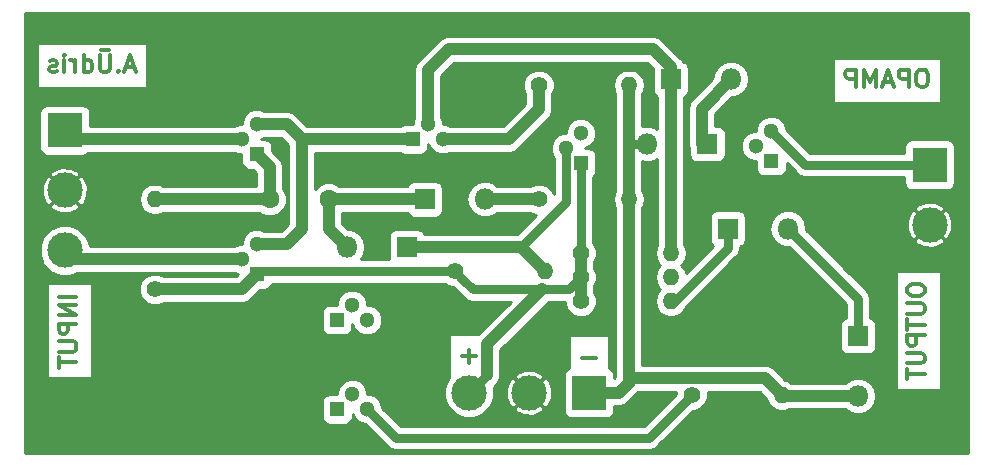
<source format=gbr>
G04 #@! TF.GenerationSoftware,KiCad,Pcbnew,(5.0.0)*
G04 #@! TF.CreationDate,2019-06-12T13:43:48+03:00*
G04 #@! TF.ProjectId,OP pastiprin_t_js,4F502070617374697072696E0174016A,rev?*
G04 #@! TF.SameCoordinates,Original*
G04 #@! TF.FileFunction,Copper,L2,Bot,Signal*
G04 #@! TF.FilePolarity,Positive*
%FSLAX46Y46*%
G04 Gerber Fmt 4.6, Leading zero omitted, Abs format (unit mm)*
G04 Created by KiCad (PCBNEW (5.0.0)) date 06/12/19 13:43:48*
%MOMM*%
%LPD*%
G01*
G04 APERTURE LIST*
G04 #@! TA.AperFunction,NonConductor*
%ADD10C,0.300000*%
G04 #@! TD*
G04 #@! TA.AperFunction,ComponentPad*
%ADD11C,1.400000*%
G04 #@! TD*
G04 #@! TA.AperFunction,ComponentPad*
%ADD12O,1.400000X1.400000*%
G04 #@! TD*
G04 #@! TA.AperFunction,ComponentPad*
%ADD13C,1.600000*%
G04 #@! TD*
G04 #@! TA.AperFunction,ComponentPad*
%ADD14R,1.800000X1.800000*%
G04 #@! TD*
G04 #@! TA.AperFunction,ComponentPad*
%ADD15O,1.800000X1.800000*%
G04 #@! TD*
G04 #@! TA.AperFunction,ComponentPad*
%ADD16C,3.000000*%
G04 #@! TD*
G04 #@! TA.AperFunction,ComponentPad*
%ADD17R,3.000000X3.000000*%
G04 #@! TD*
G04 #@! TA.AperFunction,ComponentPad*
%ADD18R,1.300000X1.300000*%
G04 #@! TD*
G04 #@! TA.AperFunction,ComponentPad*
%ADD19C,1.300000*%
G04 #@! TD*
G04 #@! TA.AperFunction,Conductor*
%ADD20C,1.000000*%
G04 #@! TD*
G04 #@! TA.AperFunction,Conductor*
%ADD21C,0.750000*%
G04 #@! TD*
G04 #@! TA.AperFunction,Conductor*
%ADD22C,0.800000*%
G04 #@! TD*
G04 #@! TA.AperFunction,Conductor*
%ADD23C,0.254000*%
G04 #@! TD*
G04 APERTURE END LIST*
D10*
X160781928Y-114902442D02*
X159639071Y-114902442D01*
X160210500Y-115473871D02*
X160210500Y-114331014D01*
X170954628Y-115016742D02*
X169811771Y-115016742D01*
X197298571Y-109130757D02*
X197298571Y-109416471D01*
X197370000Y-109559328D01*
X197512857Y-109702185D01*
X197798571Y-109773614D01*
X198298571Y-109773614D01*
X198584285Y-109702185D01*
X198727142Y-109559328D01*
X198798571Y-109416471D01*
X198798571Y-109130757D01*
X198727142Y-108987900D01*
X198584285Y-108845042D01*
X198298571Y-108773614D01*
X197798571Y-108773614D01*
X197512857Y-108845042D01*
X197370000Y-108987900D01*
X197298571Y-109130757D01*
X197298571Y-110416471D02*
X198512857Y-110416471D01*
X198655714Y-110487900D01*
X198727142Y-110559328D01*
X198798571Y-110702185D01*
X198798571Y-110987900D01*
X198727142Y-111130757D01*
X198655714Y-111202185D01*
X198512857Y-111273614D01*
X197298571Y-111273614D01*
X197298571Y-111773614D02*
X197298571Y-112630757D01*
X198798571Y-112202185D02*
X197298571Y-112202185D01*
X198798571Y-113130757D02*
X197298571Y-113130757D01*
X197298571Y-113702185D01*
X197370000Y-113845042D01*
X197441428Y-113916471D01*
X197584285Y-113987900D01*
X197798571Y-113987900D01*
X197941428Y-113916471D01*
X198012857Y-113845042D01*
X198084285Y-113702185D01*
X198084285Y-113130757D01*
X197298571Y-114630757D02*
X198512857Y-114630757D01*
X198655714Y-114702185D01*
X198727142Y-114773614D01*
X198798571Y-114916471D01*
X198798571Y-115202185D01*
X198727142Y-115345042D01*
X198655714Y-115416471D01*
X198512857Y-115487900D01*
X197298571Y-115487900D01*
X197298571Y-115987900D02*
X197298571Y-116845042D01*
X198798571Y-116416471D02*
X197298571Y-116416471D01*
X126967371Y-109845042D02*
X125467371Y-109845042D01*
X126967371Y-110559328D02*
X125467371Y-110559328D01*
X126967371Y-111416471D01*
X125467371Y-111416471D01*
X126967371Y-112130757D02*
X125467371Y-112130757D01*
X125467371Y-112702185D01*
X125538800Y-112845042D01*
X125610228Y-112916471D01*
X125753085Y-112987900D01*
X125967371Y-112987900D01*
X126110228Y-112916471D01*
X126181657Y-112845042D01*
X126253085Y-112702185D01*
X126253085Y-112130757D01*
X125467371Y-113630757D02*
X126681657Y-113630757D01*
X126824514Y-113702185D01*
X126895942Y-113773614D01*
X126967371Y-113916471D01*
X126967371Y-114202185D01*
X126895942Y-114345042D01*
X126824514Y-114416471D01*
X126681657Y-114487900D01*
X125467371Y-114487900D01*
X125467371Y-114987900D02*
X125467371Y-115845042D01*
X126967371Y-115416471D02*
X125467371Y-115416471D01*
X198722857Y-90618571D02*
X198437142Y-90618571D01*
X198294285Y-90690000D01*
X198151428Y-90832857D01*
X198080000Y-91118571D01*
X198080000Y-91618571D01*
X198151428Y-91904285D01*
X198294285Y-92047142D01*
X198437142Y-92118571D01*
X198722857Y-92118571D01*
X198865714Y-92047142D01*
X199008571Y-91904285D01*
X199080000Y-91618571D01*
X199080000Y-91118571D01*
X199008571Y-90832857D01*
X198865714Y-90690000D01*
X198722857Y-90618571D01*
X197437142Y-92118571D02*
X197437142Y-90618571D01*
X196865714Y-90618571D01*
X196722857Y-90690000D01*
X196651428Y-90761428D01*
X196580000Y-90904285D01*
X196580000Y-91118571D01*
X196651428Y-91261428D01*
X196722857Y-91332857D01*
X196865714Y-91404285D01*
X197437142Y-91404285D01*
X196008571Y-91690000D02*
X195294285Y-91690000D01*
X196151428Y-92118571D02*
X195651428Y-90618571D01*
X195151428Y-92118571D01*
X194651428Y-92118571D02*
X194651428Y-90618571D01*
X194151428Y-91690000D01*
X193651428Y-90618571D01*
X193651428Y-92118571D01*
X192937142Y-92118571D02*
X192937142Y-90618571D01*
X192365714Y-90618571D01*
X192222857Y-90690000D01*
X192151428Y-90761428D01*
X192080000Y-90904285D01*
X192080000Y-91118571D01*
X192151428Y-91261428D01*
X192222857Y-91332857D01*
X192365714Y-91404285D01*
X192937142Y-91404285D01*
X131877142Y-90420000D02*
X131162857Y-90420000D01*
X132020000Y-90848571D02*
X131520000Y-89348571D01*
X131020000Y-90848571D01*
X130520000Y-90705714D02*
X130448571Y-90777142D01*
X130520000Y-90848571D01*
X130591428Y-90777142D01*
X130520000Y-90705714D01*
X130520000Y-90848571D01*
X129805714Y-89348571D02*
X129805714Y-90562857D01*
X129734285Y-90705714D01*
X129662857Y-90777142D01*
X129520000Y-90848571D01*
X129234285Y-90848571D01*
X129091428Y-90777142D01*
X129020000Y-90705714D01*
X128948571Y-90562857D01*
X128948571Y-89348571D01*
X129734285Y-88920000D02*
X129020000Y-88920000D01*
X127591428Y-90848571D02*
X127591428Y-89348571D01*
X127591428Y-90777142D02*
X127734285Y-90848571D01*
X128020000Y-90848571D01*
X128162857Y-90777142D01*
X128234285Y-90705714D01*
X128305714Y-90562857D01*
X128305714Y-90134285D01*
X128234285Y-89991428D01*
X128162857Y-89920000D01*
X128020000Y-89848571D01*
X127734285Y-89848571D01*
X127591428Y-89920000D01*
X126877142Y-90848571D02*
X126877142Y-89848571D01*
X126877142Y-90134285D02*
X126805714Y-89991428D01*
X126734285Y-89920000D01*
X126591428Y-89848571D01*
X126448571Y-89848571D01*
X125948571Y-90848571D02*
X125948571Y-89848571D01*
X125948571Y-89348571D02*
X126020000Y-89420000D01*
X125948571Y-89491428D01*
X125877142Y-89420000D01*
X125948571Y-89348571D01*
X125948571Y-89491428D01*
X125305714Y-90777142D02*
X125162857Y-90848571D01*
X124877142Y-90848571D01*
X124734285Y-90777142D01*
X124662857Y-90634285D01*
X124662857Y-90562857D01*
X124734285Y-90420000D01*
X124877142Y-90348571D01*
X125091428Y-90348571D01*
X125234285Y-90277142D01*
X125305714Y-90134285D01*
X125305714Y-90062857D01*
X125234285Y-89920000D01*
X125091428Y-89848571D01*
X124877142Y-89848571D01*
X124734285Y-89920000D01*
D11*
G04 #@! TO.P,R6,1*
G04 #@! TO.N,Net-(R6-Pad1)*
X179070000Y-118173500D03*
D12*
G04 #@! TO.P,R6,2*
G04 #@! TO.N,Net-(D2-Pad2)*
X186690000Y-118173500D03*
G04 #@! TD*
D13*
G04 #@! TO.P,C1,1*
G04 #@! TO.N,Net-(C1-Pad1)*
X143336000Y-101600000D03*
G04 #@! TO.P,C1,2*
G04 #@! TO.N,Net-(C1-Pad2)*
X148336000Y-101600000D03*
G04 #@! TD*
D14*
G04 #@! TO.P,D1,1*
G04 #@! TO.N,Net-(D1-Pad1)*
X177292000Y-91440000D03*
D15*
G04 #@! TO.P,D1,2*
G04 #@! TO.N,Net-(D1-Pad2)*
X182372000Y-91440000D03*
G04 #@! TD*
G04 #@! TO.P,D2,2*
G04 #@! TO.N,Net-(D2-Pad2)*
X175300640Y-96911160D03*
D14*
G04 #@! TO.P,D2,1*
G04 #@! TO.N,Net-(D1-Pad2)*
X180380640Y-96911160D03*
G04 #@! TD*
G04 #@! TO.P,D6,1*
G04 #@! TO.N,Net-(D6-Pad1)*
X182118000Y-104076500D03*
D15*
G04 #@! TO.P,D6,2*
G04 #@! TO.N,Net-(D6-Pad2)*
X187198000Y-104076500D03*
G04 #@! TD*
G04 #@! TO.P,D7,2*
G04 #@! TO.N,Net-(D2-Pad2)*
X193136520Y-118252240D03*
D14*
G04 #@! TO.P,D7,1*
G04 #@! TO.N,Net-(D6-Pad2)*
X193136520Y-113172240D03*
G04 #@! TD*
G04 #@! TO.P,D10,1*
G04 #@! TO.N,Net-(D10-Pad1)*
X154940000Y-105664000D03*
D15*
G04 #@! TO.P,D10,2*
G04 #@! TO.N,Net-(C1-Pad2)*
X149860000Y-105664000D03*
G04 #@! TD*
G04 #@! TO.P,D11,2*
G04 #@! TO.N,Net-(D11-Pad2)*
X161544000Y-101600000D03*
D14*
G04 #@! TO.P,D11,1*
G04 #@! TO.N,Net-(C1-Pad2)*
X156464000Y-101600000D03*
G04 #@! TD*
D16*
G04 #@! TO.P,J1,3*
G04 #@! TO.N,Net-(J1-Pad3)*
X125984000Y-105918000D03*
G04 #@! TO.P,J1,2*
G04 #@! TO.N,Earth*
X125984000Y-100838000D03*
D17*
G04 #@! TO.P,J1,1*
G04 #@! TO.N,Net-(J1-Pad1)*
X125984000Y-95758000D03*
G04 #@! TD*
G04 #@! TO.P,J2,1*
G04 #@! TO.N,Net-(D2-Pad2)*
X170370500Y-117983000D03*
D16*
G04 #@! TO.P,J2,2*
G04 #@! TO.N,Earth*
X165290500Y-117983000D03*
G04 #@! TO.P,J2,3*
G04 #@! TO.N,Net-(J2-Pad3)*
X160210500Y-117983000D03*
G04 #@! TD*
D17*
G04 #@! TO.P,J3,1*
G04 #@! TO.N,Net-(J3-Pad1)*
X199199500Y-98679000D03*
D16*
G04 #@! TO.P,J3,2*
G04 #@! TO.N,Earth*
X199199500Y-103759000D03*
G04 #@! TD*
D12*
G04 #@! TO.P,R1,2*
G04 #@! TO.N,Net-(D1-Pad1)*
X177292000Y-106172000D03*
D11*
G04 #@! TO.P,R1,1*
G04 #@! TO.N,Net-(J2-Pad3)*
X169672000Y-106172000D03*
G04 #@! TD*
D12*
G04 #@! TO.P,R2,2*
G04 #@! TO.N,Net-(C1-Pad1)*
X133604000Y-101600000D03*
D11*
G04 #@! TO.P,R2,1*
G04 #@! TO.N,Net-(J2-Pad3)*
X133604000Y-109220000D03*
G04 #@! TD*
D12*
G04 #@! TO.P,R3,2*
G04 #@! TO.N,Net-(D2-Pad2)*
X173736000Y-91948000D03*
D11*
G04 #@! TO.P,R3,1*
G04 #@! TO.N,Net-(R3-Pad1)*
X166116000Y-91948000D03*
G04 #@! TD*
G04 #@! TO.P,R4,1*
G04 #@! TO.N,Net-(J2-Pad3)*
X169672000Y-110236000D03*
D12*
G04 #@! TO.P,R4,2*
G04 #@! TO.N,Net-(D6-Pad1)*
X177292000Y-110236000D03*
G04 #@! TD*
D11*
G04 #@! TO.P,R5,1*
G04 #@! TO.N,Net-(J2-Pad3)*
X169672000Y-108204000D03*
D12*
G04 #@! TO.P,R5,2*
G04 #@! TO.N,Net-(R5-Pad2)*
X177292000Y-108204000D03*
G04 #@! TD*
G04 #@! TO.P,R7,2*
G04 #@! TO.N,Net-(D10-Pad1)*
X166624000Y-107696000D03*
D11*
G04 #@! TO.P,R7,1*
G04 #@! TO.N,Net-(J2-Pad3)*
X159004000Y-107696000D03*
G04 #@! TD*
G04 #@! TO.P,R8,1*
G04 #@! TO.N,Net-(D11-Pad2)*
X166116000Y-101600000D03*
D12*
G04 #@! TO.P,R8,2*
G04 #@! TO.N,Net-(D2-Pad2)*
X173736000Y-101600000D03*
G04 #@! TD*
D18*
G04 #@! TO.P,V4,2*
G04 #@! TO.N,Net-(C1-Pad1)*
X142240000Y-97790000D03*
D19*
G04 #@! TO.P,V4,3*
G04 #@! TO.N,Net-(V14-Pad2)*
X142240000Y-95250000D03*
G04 #@! TO.P,V4,1*
G04 #@! TO.N,Net-(J1-Pad1)*
X140970000Y-96520000D03*
G04 #@! TD*
G04 #@! TO.P,V5,1*
G04 #@! TO.N,Net-(J1-Pad3)*
X140970000Y-106680000D03*
G04 #@! TO.P,V5,3*
G04 #@! TO.N,Net-(V14-Pad2)*
X142240000Y-105410000D03*
D18*
G04 #@! TO.P,V5,2*
G04 #@! TO.N,Net-(J2-Pad3)*
X142240000Y-107950000D03*
G04 #@! TD*
D19*
G04 #@! TO.P,V8,1*
G04 #@! TO.N,Net-(C1-Pad1)*
X150304500Y-110553500D03*
G04 #@! TO.P,V8,3*
G04 #@! TO.N,Net-(R5-Pad2)*
X151574500Y-111823500D03*
D18*
G04 #@! TO.P,V8,2*
G04 #@! TO.N,Net-(C1-Pad2)*
X149034500Y-111823500D03*
G04 #@! TD*
G04 #@! TO.P,V9,2*
G04 #@! TO.N,Net-(C1-Pad2)*
X149047200Y-119380000D03*
D19*
G04 #@! TO.P,V9,3*
G04 #@! TO.N,Net-(R6-Pad1)*
X151587200Y-119380000D03*
G04 #@! TO.P,V9,1*
G04 #@! TO.N,Net-(D6-Pad1)*
X150317200Y-118110000D03*
G04 #@! TD*
G04 #@! TO.P,V12,1*
G04 #@! TO.N,Net-(D10-Pad1)*
X168402000Y-97282000D03*
G04 #@! TO.P,V12,3*
G04 #@! TO.N,Net-(J3-Pad1)*
X169672000Y-96012000D03*
D18*
G04 #@! TO.P,V12,2*
G04 #@! TO.N,Net-(J2-Pad3)*
X169672000Y-98552000D03*
G04 #@! TD*
D19*
G04 #@! TO.P,V13,1*
G04 #@! TO.N,Net-(D11-Pad2)*
X184531000Y-97091500D03*
G04 #@! TO.P,V13,3*
G04 #@! TO.N,Net-(J3-Pad1)*
X185801000Y-95821500D03*
D18*
G04 #@! TO.P,V13,2*
G04 #@! TO.N,Net-(D2-Pad2)*
X185801000Y-98361500D03*
G04 #@! TD*
G04 #@! TO.P,V14,2*
G04 #@! TO.N,Net-(V14-Pad2)*
X155448000Y-96520000D03*
D19*
G04 #@! TO.P,V14,3*
G04 #@! TO.N,Net-(R3-Pad1)*
X157988000Y-96520000D03*
G04 #@! TO.P,V14,1*
G04 #@! TO.N,Net-(D1-Pad1)*
X156718000Y-95250000D03*
G04 #@! TD*
D20*
G04 #@! TO.N,Net-(C1-Pad1)*
X143336000Y-98886000D02*
X142240000Y-97790000D01*
X143336000Y-101600000D02*
X143336000Y-98886000D01*
X133604000Y-101600000D02*
X143336000Y-101600000D01*
G04 #@! TO.N,Net-(C1-Pad2)*
X148336000Y-101600000D02*
X156464000Y-101600000D01*
X148336000Y-104140000D02*
X149860000Y-105664000D01*
X148336000Y-101600000D02*
X148336000Y-104140000D01*
G04 #@! TO.N,Net-(D1-Pad1)*
X156718000Y-95250000D02*
X156718000Y-90678000D01*
X156718000Y-90678000D02*
X158496000Y-88900000D01*
X177292000Y-90424000D02*
X175768000Y-88900000D01*
X177292000Y-106172000D02*
X177292000Y-90424000D01*
X158496000Y-88900000D02*
X175768000Y-88900000D01*
G04 #@! TO.N,Net-(D1-Pad2)*
X179895500Y-93916500D02*
X179895500Y-96901000D01*
X182372000Y-91440000D02*
X179895500Y-93916500D01*
G04 #@! TO.N,Net-(D2-Pad2)*
X173736000Y-91948000D02*
X173736000Y-97028000D01*
X173736000Y-96520000D02*
X173736000Y-97028000D01*
X173736000Y-97028000D02*
X173736000Y-101600000D01*
X173863000Y-96901000D02*
X173736000Y-97028000D01*
X173736000Y-117117500D02*
X173736000Y-115189000D01*
X172870500Y-117983000D02*
X173736000Y-117117500D01*
X170370500Y-117983000D02*
X172870500Y-117983000D01*
X173736000Y-101600000D02*
X173736000Y-115189000D01*
X185990001Y-117473501D02*
X186690000Y-118173500D01*
X185289999Y-116773499D02*
X185990001Y-117473501D01*
X174080001Y-116773499D02*
X185289999Y-116773499D01*
X173736000Y-117117500D02*
X174080001Y-116773499D01*
D21*
X185756001Y-98316501D02*
X185801000Y-98361500D01*
X186768740Y-118252240D02*
X186690000Y-118173500D01*
D20*
X193136520Y-118252240D02*
X186768740Y-118252240D01*
D21*
X173873160Y-96911160D02*
X173863000Y-96901000D01*
X175300640Y-96911160D02*
X173873160Y-96911160D01*
G04 #@! TO.N,Net-(D6-Pad1)*
X177608500Y-110236000D02*
X177292000Y-110236000D01*
X182118000Y-105726500D02*
X177608500Y-110236000D01*
X182118000Y-104076500D02*
X182118000Y-105726500D01*
G04 #@! TO.N,Net-(D6-Pad2)*
X193136520Y-110015020D02*
X187198000Y-104076500D01*
X193136520Y-113172240D02*
X193136520Y-110015020D01*
D20*
G04 #@! TO.N,Net-(D10-Pad1)*
X164592000Y-105664000D02*
X166624000Y-107696000D01*
X154940000Y-105664000D02*
X164592000Y-105664000D01*
D21*
X168402000Y-101854000D02*
X164592000Y-105664000D01*
X168402000Y-97282000D02*
X168402000Y-101854000D01*
D20*
G04 #@! TO.N,Net-(D11-Pad2)*
X161544000Y-101600000D02*
X166116000Y-101600000D01*
G04 #@! TO.N,Net-(J1-Pad3)*
X140970000Y-106680000D02*
X127000000Y-106680000D01*
G04 #@! TO.N,Net-(J1-Pad1)*
X127000000Y-96520000D02*
X140970000Y-96520000D01*
G04 #@! TO.N,Net-(J2-Pad3)*
X140970000Y-109220000D02*
X142240000Y-107950000D01*
X137668000Y-109220000D02*
X140970000Y-109220000D01*
X133604000Y-109220000D02*
X137668000Y-109220000D01*
X169672000Y-106172000D02*
X169672000Y-110236000D01*
D21*
X169672000Y-98552000D02*
X169672000Y-106172000D01*
D22*
X142494000Y-107696000D02*
X142240000Y-107950000D01*
X159703999Y-108395999D02*
X159004000Y-107696000D01*
X160528000Y-109220000D02*
X159703999Y-108395999D01*
X169672000Y-108204000D02*
X168656000Y-109220000D01*
X159004000Y-107696000D02*
X142494000Y-107696000D01*
D20*
X161710499Y-113879501D02*
X166370000Y-109220000D01*
X161710499Y-116483001D02*
X161710499Y-113879501D01*
D22*
X160210500Y-117983000D02*
X161710499Y-116483001D01*
X168656000Y-109220000D02*
X166370000Y-109220000D01*
X166370000Y-109220000D02*
X160528000Y-109220000D01*
D21*
G04 #@! TO.N,Net-(J3-Pad1)*
X188658500Y-98679000D02*
X199199500Y-98679000D01*
X185801000Y-95821500D02*
X188658500Y-98679000D01*
D20*
G04 #@! TO.N,Net-(R3-Pad1)*
X157988000Y-96520000D02*
X163576000Y-96520000D01*
X166116000Y-93980000D02*
X166116000Y-91948000D01*
X163576000Y-96520000D02*
X166116000Y-93980000D01*
D21*
G04 #@! TO.N,Net-(R6-Pad1)*
X175450500Y-121793000D02*
X179070000Y-118173500D01*
X154000200Y-121793000D02*
X151587200Y-119380000D01*
X175450500Y-121793000D02*
X154000200Y-121793000D01*
D20*
G04 #@! TO.N,Net-(V14-Pad2)*
X142240000Y-105410000D02*
X144780000Y-105410000D01*
X144780000Y-105410000D02*
X146050000Y-104140000D01*
X146050000Y-104140000D02*
X146050000Y-96520000D01*
X144780000Y-95250000D02*
X146050000Y-96520000D01*
X142240000Y-95250000D02*
X144780000Y-95250000D01*
X155448000Y-96520000D02*
X146050000Y-96520000D01*
G04 #@! TD*
D23*
G04 #@! TO.N,Earth*
G36*
X202490001Y-121850070D02*
X202490000Y-121850075D01*
X202490001Y-123115000D01*
X122630000Y-123115000D01*
X122630000Y-108702900D01*
X124498800Y-108702900D01*
X124498800Y-116772900D01*
X128318800Y-116772900D01*
X128318800Y-111173500D01*
X147737060Y-111173500D01*
X147737060Y-112473500D01*
X147786343Y-112721265D01*
X147926691Y-112931309D01*
X148136735Y-113071657D01*
X148384500Y-113120940D01*
X149684500Y-113120940D01*
X149932265Y-113071657D01*
X150142309Y-112931309D01*
X150282657Y-112721265D01*
X150331940Y-112473500D01*
X150331940Y-112181562D01*
X150485129Y-112551394D01*
X150846606Y-112912871D01*
X151318898Y-113108500D01*
X151830102Y-113108500D01*
X152302394Y-112912871D01*
X152663871Y-112551394D01*
X152859500Y-112079102D01*
X152859500Y-111567898D01*
X152663871Y-111095606D01*
X152302394Y-110734129D01*
X151830102Y-110538500D01*
X151589500Y-110538500D01*
X151589500Y-110297898D01*
X151393871Y-109825606D01*
X151032394Y-109464129D01*
X150560102Y-109268500D01*
X150048898Y-109268500D01*
X149576606Y-109464129D01*
X149215129Y-109825606D01*
X149019500Y-110297898D01*
X149019500Y-110526060D01*
X148384500Y-110526060D01*
X148136735Y-110575343D01*
X147926691Y-110715691D01*
X147786343Y-110925735D01*
X147737060Y-111173500D01*
X128318800Y-111173500D01*
X128318800Y-108702900D01*
X124498800Y-108702900D01*
X122630000Y-108702900D01*
X122630000Y-102167969D01*
X124686558Y-102167969D01*
X124847835Y-102440928D01*
X125547734Y-102753703D01*
X126314051Y-102774831D01*
X127030120Y-102501093D01*
X127120165Y-102440928D01*
X127281442Y-102167969D01*
X125984000Y-100870527D01*
X124686558Y-102167969D01*
X122630000Y-102167969D01*
X122630000Y-101168051D01*
X124047169Y-101168051D01*
X124320907Y-101884120D01*
X124381072Y-101974165D01*
X124654031Y-102135442D01*
X125951473Y-100838000D01*
X126016527Y-100838000D01*
X127313969Y-102135442D01*
X127586928Y-101974165D01*
X127899703Y-101274266D01*
X127920831Y-100507949D01*
X127647093Y-99791880D01*
X127586928Y-99701835D01*
X127313969Y-99540558D01*
X126016527Y-100838000D01*
X125951473Y-100838000D01*
X124654031Y-99540558D01*
X124381072Y-99701835D01*
X124068297Y-100401734D01*
X124047169Y-101168051D01*
X122630000Y-101168051D01*
X122630000Y-99508031D01*
X124686558Y-99508031D01*
X125984000Y-100805473D01*
X127281442Y-99508031D01*
X127120165Y-99235072D01*
X126420266Y-98922297D01*
X125653949Y-98901169D01*
X124937880Y-99174907D01*
X124847835Y-99235072D01*
X124686558Y-99508031D01*
X122630000Y-99508031D01*
X122630000Y-94258000D01*
X123836560Y-94258000D01*
X123836560Y-97258000D01*
X123885843Y-97505765D01*
X124026191Y-97715809D01*
X124236235Y-97856157D01*
X124484000Y-97905440D01*
X127484000Y-97905440D01*
X127731765Y-97856157D01*
X127941809Y-97715809D01*
X127982441Y-97655000D01*
X140352265Y-97655000D01*
X140714398Y-97805000D01*
X140942560Y-97805000D01*
X140942560Y-98440000D01*
X140991843Y-98687765D01*
X141132191Y-98897809D01*
X141342235Y-99038157D01*
X141590000Y-99087440D01*
X141932309Y-99087440D01*
X142201001Y-99356132D01*
X142201000Y-100465000D01*
X134308288Y-100465000D01*
X134124891Y-100342458D01*
X133735485Y-100265000D01*
X133472515Y-100265000D01*
X133083109Y-100342458D01*
X132641519Y-100637519D01*
X132346458Y-101079109D01*
X132242846Y-101600000D01*
X132346458Y-102120891D01*
X132641519Y-102562481D01*
X133083109Y-102857542D01*
X133472515Y-102935000D01*
X133735485Y-102935000D01*
X134124891Y-102857542D01*
X134308288Y-102735000D01*
X142441604Y-102735000D01*
X142523138Y-102816534D01*
X143050561Y-103035000D01*
X143621439Y-103035000D01*
X144148862Y-102816534D01*
X144552534Y-102412862D01*
X144771000Y-101885439D01*
X144771000Y-101314561D01*
X144552534Y-100787138D01*
X144471000Y-100705604D01*
X144471000Y-98997782D01*
X144493235Y-98885999D01*
X144405146Y-98443145D01*
X144288765Y-98268969D01*
X144154289Y-98067711D01*
X144059521Y-98004389D01*
X143537440Y-97482309D01*
X143537440Y-97140000D01*
X143488157Y-96892235D01*
X143347809Y-96682191D01*
X143137765Y-96541843D01*
X142890000Y-96492560D01*
X142598062Y-96492560D01*
X142857735Y-96385000D01*
X144309869Y-96385000D01*
X144915001Y-96990133D01*
X144915000Y-103669868D01*
X144309869Y-104275000D01*
X142857735Y-104275000D01*
X142495602Y-104125000D01*
X141984398Y-104125000D01*
X141512106Y-104320629D01*
X141150629Y-104682106D01*
X140955000Y-105154398D01*
X140955000Y-105395000D01*
X140714398Y-105395000D01*
X140352265Y-105545000D01*
X128119000Y-105545000D01*
X128119000Y-105493322D01*
X127793966Y-104708620D01*
X127193380Y-104108034D01*
X126408678Y-103783000D01*
X125559322Y-103783000D01*
X124774620Y-104108034D01*
X124174034Y-104708620D01*
X123849000Y-105493322D01*
X123849000Y-106342678D01*
X124174034Y-107127380D01*
X124774620Y-107727966D01*
X125559322Y-108053000D01*
X126408678Y-108053000D01*
X126983261Y-107815000D01*
X140352265Y-107815000D01*
X140647556Y-107937313D01*
X140499869Y-108085000D01*
X134352390Y-108085000D01*
X133869548Y-107885000D01*
X133338452Y-107885000D01*
X132847783Y-108088242D01*
X132472242Y-108463783D01*
X132269000Y-108954452D01*
X132269000Y-109485548D01*
X132472242Y-109976217D01*
X132847783Y-110351758D01*
X133338452Y-110555000D01*
X133869548Y-110555000D01*
X134352390Y-110355000D01*
X140858217Y-110355000D01*
X140970000Y-110377235D01*
X141081783Y-110355000D01*
X141412855Y-110289146D01*
X141788289Y-110038289D01*
X141851613Y-109943518D01*
X142547692Y-109247440D01*
X142890000Y-109247440D01*
X143137765Y-109198157D01*
X143347809Y-109057809D01*
X143488157Y-108847765D01*
X143511383Y-108731000D01*
X158151025Y-108731000D01*
X158247783Y-108827758D01*
X158738452Y-109031000D01*
X158875289Y-109031000D01*
X159044222Y-109199933D01*
X159044225Y-109199935D01*
X159724065Y-109879776D01*
X159781807Y-109966193D01*
X160124163Y-110194948D01*
X160426065Y-110255000D01*
X160426070Y-110255000D01*
X160527999Y-110275275D01*
X160629929Y-110255000D01*
X163729868Y-110255000D01*
X160986979Y-112997890D01*
X160975889Y-113005300D01*
X158496929Y-113005300D01*
X158496929Y-116677225D01*
X158400534Y-116773620D01*
X158075500Y-117558322D01*
X158075500Y-118407678D01*
X158400534Y-119192380D01*
X159001120Y-119792966D01*
X159785822Y-120118000D01*
X160635178Y-120118000D01*
X161419880Y-119792966D01*
X161899877Y-119312969D01*
X163993058Y-119312969D01*
X164154335Y-119585928D01*
X164854234Y-119898703D01*
X165620551Y-119919831D01*
X166336620Y-119646093D01*
X166426665Y-119585928D01*
X166587942Y-119312969D01*
X165290500Y-118015527D01*
X163993058Y-119312969D01*
X161899877Y-119312969D01*
X162020466Y-119192380D01*
X162345500Y-118407678D01*
X162345500Y-118313051D01*
X163353669Y-118313051D01*
X163627407Y-119029120D01*
X163687572Y-119119165D01*
X163960531Y-119280442D01*
X165257973Y-117983000D01*
X165323027Y-117983000D01*
X166620469Y-119280442D01*
X166893428Y-119119165D01*
X167206203Y-118419266D01*
X167227331Y-117652949D01*
X166953593Y-116936880D01*
X166893428Y-116846835D01*
X166620469Y-116685558D01*
X165323027Y-117983000D01*
X165257973Y-117983000D01*
X163960531Y-116685558D01*
X163687572Y-116846835D01*
X163374797Y-117546734D01*
X163353669Y-118313051D01*
X162345500Y-118313051D01*
X162345500Y-117558322D01*
X162301845Y-117452928D01*
X162528788Y-117301290D01*
X162779645Y-116925856D01*
X162833913Y-116653031D01*
X163993058Y-116653031D01*
X165290500Y-117950473D01*
X166587942Y-116653031D01*
X166426665Y-116380072D01*
X165726766Y-116067297D01*
X164960449Y-116046169D01*
X164244380Y-116319907D01*
X164154335Y-116380072D01*
X163993058Y-116653031D01*
X162833913Y-116653031D01*
X162845499Y-116594784D01*
X162845499Y-114349632D01*
X166940133Y-110255000D01*
X168337000Y-110255000D01*
X168337000Y-110501548D01*
X168540242Y-110992217D01*
X168915783Y-111367758D01*
X169406452Y-111571000D01*
X169937548Y-111571000D01*
X170428217Y-111367758D01*
X170803758Y-110992217D01*
X171007000Y-110501548D01*
X171007000Y-109970452D01*
X170807000Y-109487610D01*
X170807000Y-108952390D01*
X171007000Y-108469548D01*
X171007000Y-107938452D01*
X170807000Y-107455610D01*
X170807000Y-106920390D01*
X171007000Y-106437548D01*
X171007000Y-105906452D01*
X170803758Y-105415783D01*
X170682000Y-105294025D01*
X170682000Y-99725163D01*
X170779809Y-99659809D01*
X170920157Y-99449765D01*
X170969440Y-99202000D01*
X170969440Y-97902000D01*
X170920157Y-97654235D01*
X170779809Y-97444191D01*
X170569765Y-97303843D01*
X170322000Y-97254560D01*
X170030062Y-97254560D01*
X170399894Y-97101371D01*
X170761371Y-96739894D01*
X170957000Y-96267602D01*
X170957000Y-95756398D01*
X170761371Y-95284106D01*
X170399894Y-94922629D01*
X169927602Y-94727000D01*
X169416398Y-94727000D01*
X168944106Y-94922629D01*
X168582629Y-95284106D01*
X168387000Y-95756398D01*
X168387000Y-95997000D01*
X168146398Y-95997000D01*
X167674106Y-96192629D01*
X167312629Y-96554106D01*
X167117000Y-97026398D01*
X167117000Y-97537602D01*
X167312629Y-98009894D01*
X167392000Y-98089265D01*
X167392001Y-101192016D01*
X167247758Y-100843783D01*
X166872217Y-100468242D01*
X166381548Y-100265000D01*
X165850452Y-100265000D01*
X165367610Y-100465000D01*
X162608279Y-100465000D01*
X162142927Y-100154062D01*
X161695182Y-100065000D01*
X161392818Y-100065000D01*
X160945073Y-100154062D01*
X160437327Y-100493327D01*
X160098062Y-101001073D01*
X159978928Y-101600000D01*
X160098062Y-102198927D01*
X160437327Y-102706673D01*
X160945073Y-103045938D01*
X161392818Y-103135000D01*
X161695182Y-103135000D01*
X162142927Y-103045938D01*
X162608279Y-102735000D01*
X165367610Y-102735000D01*
X165850452Y-102935000D01*
X165892644Y-102935000D01*
X164298645Y-104529000D01*
X156440696Y-104529000D01*
X156438157Y-104516235D01*
X156297809Y-104306191D01*
X156087765Y-104165843D01*
X155840000Y-104116560D01*
X154040000Y-104116560D01*
X153792235Y-104165843D01*
X153582191Y-104306191D01*
X153441843Y-104516235D01*
X153392560Y-104764000D01*
X153392560Y-106564000D01*
X153411854Y-106661000D01*
X151039954Y-106661000D01*
X151305938Y-106262927D01*
X151425072Y-105664000D01*
X151305938Y-105065073D01*
X150966673Y-104557327D01*
X150458927Y-104218062D01*
X150011182Y-104129000D01*
X149930132Y-104129000D01*
X149471000Y-103669869D01*
X149471000Y-102735000D01*
X154963304Y-102735000D01*
X154965843Y-102747765D01*
X155106191Y-102957809D01*
X155316235Y-103098157D01*
X155564000Y-103147440D01*
X157364000Y-103147440D01*
X157611765Y-103098157D01*
X157821809Y-102957809D01*
X157962157Y-102747765D01*
X158011440Y-102500000D01*
X158011440Y-100700000D01*
X157962157Y-100452235D01*
X157821809Y-100242191D01*
X157611765Y-100101843D01*
X157364000Y-100052560D01*
X155564000Y-100052560D01*
X155316235Y-100101843D01*
X155106191Y-100242191D01*
X154965843Y-100452235D01*
X154963304Y-100465000D01*
X149230396Y-100465000D01*
X149148862Y-100383466D01*
X148621439Y-100165000D01*
X148050561Y-100165000D01*
X147523138Y-100383466D01*
X147185000Y-100721604D01*
X147185000Y-97655000D01*
X154380885Y-97655000D01*
X154550235Y-97768157D01*
X154798000Y-97817440D01*
X156098000Y-97817440D01*
X156345765Y-97768157D01*
X156555809Y-97627809D01*
X156696157Y-97417765D01*
X156745440Y-97170000D01*
X156745440Y-96878062D01*
X156898629Y-97247894D01*
X157260106Y-97609371D01*
X157732398Y-97805000D01*
X158243602Y-97805000D01*
X158605735Y-97655000D01*
X163464217Y-97655000D01*
X163576000Y-97677235D01*
X163687783Y-97655000D01*
X164018855Y-97589146D01*
X164394289Y-97338289D01*
X164457613Y-97243518D01*
X166839521Y-94861610D01*
X166934289Y-94798289D01*
X167185146Y-94422855D01*
X167251000Y-94091783D01*
X167251000Y-94091782D01*
X167273235Y-93980001D01*
X167251000Y-93868219D01*
X167251000Y-92696390D01*
X167451000Y-92213548D01*
X167451000Y-91682452D01*
X167247758Y-91191783D01*
X166872217Y-90816242D01*
X166381548Y-90613000D01*
X165850452Y-90613000D01*
X165359783Y-90816242D01*
X164984242Y-91191783D01*
X164781000Y-91682452D01*
X164781000Y-92213548D01*
X164981001Y-92696392D01*
X164981000Y-93509868D01*
X163105869Y-95385000D01*
X158605735Y-95385000D01*
X158243602Y-95235000D01*
X158003000Y-95235000D01*
X158003000Y-94994398D01*
X157853000Y-94632265D01*
X157853000Y-91148131D01*
X158966132Y-90035000D01*
X175297869Y-90035000D01*
X175754234Y-90491366D01*
X175744560Y-90540000D01*
X175744560Y-92340000D01*
X175793843Y-92587765D01*
X175934191Y-92797809D01*
X176144235Y-92938157D01*
X176157001Y-92940696D01*
X176157001Y-95637234D01*
X175899567Y-95465222D01*
X175451822Y-95376160D01*
X175149458Y-95376160D01*
X174871000Y-95431549D01*
X174871000Y-92652288D01*
X174993542Y-92468891D01*
X175097154Y-91948000D01*
X174993542Y-91427109D01*
X174698481Y-90985519D01*
X174256891Y-90690458D01*
X173867485Y-90613000D01*
X173604515Y-90613000D01*
X173215109Y-90690458D01*
X172773519Y-90985519D01*
X172478458Y-91427109D01*
X172374846Y-91948000D01*
X172478458Y-92468891D01*
X172601000Y-92652288D01*
X172601001Y-96408214D01*
X172601000Y-96408218D01*
X172601000Y-96916217D01*
X172578765Y-97028000D01*
X172601000Y-97139782D01*
X172601001Y-100895711D01*
X172478458Y-101079109D01*
X172374846Y-101600000D01*
X172478458Y-102120891D01*
X172601000Y-102304288D01*
X172601001Y-115077217D01*
X172601000Y-116647368D01*
X172517940Y-116730428D01*
X172517940Y-116483000D01*
X172468657Y-116235235D01*
X172328309Y-116025191D01*
X172118265Y-115884843D01*
X172096772Y-115880568D01*
X172096772Y-113119600D01*
X168669629Y-113119600D01*
X168669629Y-115875515D01*
X168622735Y-115884843D01*
X168412691Y-116025191D01*
X168272343Y-116235235D01*
X168223060Y-116483000D01*
X168223060Y-119483000D01*
X168272343Y-119730765D01*
X168412691Y-119940809D01*
X168622735Y-120081157D01*
X168870500Y-120130440D01*
X171870500Y-120130440D01*
X172118265Y-120081157D01*
X172328309Y-119940809D01*
X172468657Y-119730765D01*
X172517940Y-119483000D01*
X172517940Y-119118000D01*
X172758717Y-119118000D01*
X172870500Y-119140235D01*
X172982283Y-119118000D01*
X173313355Y-119052146D01*
X173688789Y-118801289D01*
X173752113Y-118706519D01*
X174459521Y-117999111D01*
X174554289Y-117935789D01*
X174572524Y-117908499D01*
X177735000Y-117908499D01*
X177735000Y-118080144D01*
X175032145Y-120783000D01*
X154418555Y-120783000D01*
X152872200Y-119236645D01*
X152872200Y-119124398D01*
X152676571Y-118652106D01*
X152315094Y-118290629D01*
X151842802Y-118095000D01*
X151602200Y-118095000D01*
X151602200Y-117854398D01*
X151406571Y-117382106D01*
X151045094Y-117020629D01*
X150572802Y-116825000D01*
X150061598Y-116825000D01*
X149589306Y-117020629D01*
X149227829Y-117382106D01*
X149032200Y-117854398D01*
X149032200Y-118082560D01*
X148397200Y-118082560D01*
X148149435Y-118131843D01*
X147939391Y-118272191D01*
X147799043Y-118482235D01*
X147749760Y-118730000D01*
X147749760Y-120030000D01*
X147799043Y-120277765D01*
X147939391Y-120487809D01*
X148149435Y-120628157D01*
X148397200Y-120677440D01*
X149697200Y-120677440D01*
X149944965Y-120628157D01*
X150155009Y-120487809D01*
X150295357Y-120277765D01*
X150344640Y-120030000D01*
X150344640Y-119738062D01*
X150497829Y-120107894D01*
X150859306Y-120469371D01*
X151331598Y-120665000D01*
X151443845Y-120665000D01*
X153215682Y-122436837D01*
X153272031Y-122521169D01*
X153606118Y-122744399D01*
X153900724Y-122803000D01*
X153900728Y-122803000D01*
X154000199Y-122822786D01*
X154099670Y-122803000D01*
X175351029Y-122803000D01*
X175450500Y-122822786D01*
X175549971Y-122803000D01*
X175549976Y-122803000D01*
X175844582Y-122744399D01*
X176178669Y-122521169D01*
X176235018Y-122436837D01*
X179163356Y-119508500D01*
X179335548Y-119508500D01*
X179826217Y-119305258D01*
X180201758Y-118929717D01*
X180405000Y-118439048D01*
X180405000Y-117908499D01*
X184819868Y-117908499D01*
X185389426Y-118478057D01*
X185432458Y-118694391D01*
X185727519Y-119135981D01*
X186169109Y-119431042D01*
X186558515Y-119508500D01*
X186821485Y-119508500D01*
X187210891Y-119431042D01*
X187276445Y-119387240D01*
X192072241Y-119387240D01*
X192537593Y-119698178D01*
X192985338Y-119787240D01*
X193287702Y-119787240D01*
X193735447Y-119698178D01*
X194243193Y-119358913D01*
X194582458Y-118851167D01*
X194701592Y-118252240D01*
X194582458Y-117653313D01*
X194243193Y-117145567D01*
X193735447Y-116806302D01*
X193287702Y-116717240D01*
X192985338Y-116717240D01*
X192537593Y-116806302D01*
X192072241Y-117117240D01*
X187512131Y-117117240D01*
X187210891Y-116915958D01*
X186994557Y-116872926D01*
X186171612Y-116049981D01*
X186108288Y-115955210D01*
X185732854Y-115704353D01*
X185401782Y-115638499D01*
X185289999Y-115616264D01*
X185178216Y-115638499D01*
X174871000Y-115638499D01*
X174871000Y-102304288D01*
X174993542Y-102120891D01*
X175097154Y-101600000D01*
X174993542Y-101079109D01*
X174871000Y-100895712D01*
X174871000Y-98390771D01*
X175149458Y-98446160D01*
X175451822Y-98446160D01*
X175899567Y-98357098D01*
X176157001Y-98185086D01*
X176157000Y-105467712D01*
X176034458Y-105651109D01*
X175930846Y-106172000D01*
X176034458Y-106692891D01*
X176329519Y-107134481D01*
X176409616Y-107188000D01*
X176329519Y-107241519D01*
X176034458Y-107683109D01*
X175930846Y-108204000D01*
X176034458Y-108724891D01*
X176329519Y-109166481D01*
X176409616Y-109220000D01*
X176329519Y-109273519D01*
X176034458Y-109715109D01*
X175930846Y-110236000D01*
X176034458Y-110756891D01*
X176329519Y-111198481D01*
X176771109Y-111493542D01*
X177160515Y-111571000D01*
X177423485Y-111571000D01*
X177812891Y-111493542D01*
X178254481Y-111198481D01*
X178549542Y-110756891D01*
X178557880Y-110714975D01*
X182761837Y-106511018D01*
X182846169Y-106454669D01*
X183069399Y-106120582D01*
X183128000Y-105825976D01*
X183128000Y-105825972D01*
X183147786Y-105726501D01*
X183128000Y-105627030D01*
X183128000Y-105602060D01*
X183265765Y-105574657D01*
X183475809Y-105434309D01*
X183616157Y-105224265D01*
X183665440Y-104976500D01*
X183665440Y-104076500D01*
X185632928Y-104076500D01*
X185752062Y-104675427D01*
X186091327Y-105183173D01*
X186599073Y-105522438D01*
X187046818Y-105611500D01*
X187304645Y-105611500D01*
X192126521Y-110433377D01*
X192126520Y-111646680D01*
X191988755Y-111674083D01*
X191778711Y-111814431D01*
X191638363Y-112024475D01*
X191589080Y-112272240D01*
X191589080Y-114072240D01*
X191638363Y-114320005D01*
X191778711Y-114530049D01*
X191988755Y-114670397D01*
X192236520Y-114719680D01*
X194036520Y-114719680D01*
X194284285Y-114670397D01*
X194494329Y-114530049D01*
X194634677Y-114320005D01*
X194683960Y-114072240D01*
X194683960Y-112272240D01*
X194634677Y-112024475D01*
X194494329Y-111814431D01*
X194284285Y-111674083D01*
X194146520Y-111646680D01*
X194146520Y-110114492D01*
X194166306Y-110015020D01*
X194146520Y-109915548D01*
X194146520Y-109915544D01*
X194088496Y-109623837D01*
X194087919Y-109620937D01*
X193921038Y-109371182D01*
X193921036Y-109371180D01*
X193864689Y-109286851D01*
X193780360Y-109230504D01*
X192252756Y-107702900D01*
X196330000Y-107702900D01*
X196330000Y-117772900D01*
X200150000Y-117772900D01*
X200150000Y-107702900D01*
X196330000Y-107702900D01*
X192252756Y-107702900D01*
X189638825Y-105088969D01*
X197902058Y-105088969D01*
X198063335Y-105361928D01*
X198763234Y-105674703D01*
X199529551Y-105695831D01*
X200245620Y-105422093D01*
X200335665Y-105361928D01*
X200496942Y-105088969D01*
X199199500Y-103791527D01*
X197902058Y-105088969D01*
X189638825Y-105088969D01*
X188740389Y-104190534D01*
X188760575Y-104089051D01*
X197262669Y-104089051D01*
X197536407Y-104805120D01*
X197596572Y-104895165D01*
X197869531Y-105056442D01*
X199166973Y-103759000D01*
X199232027Y-103759000D01*
X200529469Y-105056442D01*
X200802428Y-104895165D01*
X201115203Y-104195266D01*
X201136331Y-103428949D01*
X200862593Y-102712880D01*
X200802428Y-102622835D01*
X200529469Y-102461558D01*
X199232027Y-103759000D01*
X199166973Y-103759000D01*
X197869531Y-102461558D01*
X197596572Y-102622835D01*
X197283797Y-103322734D01*
X197262669Y-104089051D01*
X188760575Y-104089051D01*
X188763072Y-104076500D01*
X188643938Y-103477573D01*
X188304673Y-102969827D01*
X187796927Y-102630562D01*
X187349182Y-102541500D01*
X187046818Y-102541500D01*
X186599073Y-102630562D01*
X186091327Y-102969827D01*
X185752062Y-103477573D01*
X185632928Y-104076500D01*
X183665440Y-104076500D01*
X183665440Y-103176500D01*
X183616157Y-102928735D01*
X183475809Y-102718691D01*
X183265765Y-102578343D01*
X183018000Y-102529060D01*
X181218000Y-102529060D01*
X180970235Y-102578343D01*
X180760191Y-102718691D01*
X180619843Y-102928735D01*
X180570560Y-103176500D01*
X180570560Y-104976500D01*
X180619843Y-105224265D01*
X180760191Y-105434309D01*
X180893057Y-105523088D01*
X178579986Y-107836159D01*
X178549542Y-107683109D01*
X178254481Y-107241519D01*
X178174384Y-107188000D01*
X178254481Y-107134481D01*
X178549542Y-106692891D01*
X178653154Y-106172000D01*
X178549542Y-105651109D01*
X178427000Y-105467712D01*
X178427000Y-102429031D01*
X197902058Y-102429031D01*
X199199500Y-103726473D01*
X200496942Y-102429031D01*
X200335665Y-102156072D01*
X199635766Y-101843297D01*
X198869449Y-101822169D01*
X198153380Y-102095907D01*
X198063335Y-102156072D01*
X197902058Y-102429031D01*
X178427000Y-102429031D01*
X178427000Y-93916500D01*
X178738265Y-93916500D01*
X178760500Y-94028283D01*
X178760501Y-97012783D01*
X178826355Y-97343855D01*
X178833200Y-97354099D01*
X178833200Y-97811160D01*
X178882483Y-98058925D01*
X179022831Y-98268969D01*
X179232875Y-98409317D01*
X179480640Y-98458600D01*
X181280640Y-98458600D01*
X181528405Y-98409317D01*
X181738449Y-98268969D01*
X181878797Y-98058925D01*
X181928080Y-97811160D01*
X181928080Y-96835898D01*
X183246000Y-96835898D01*
X183246000Y-97347102D01*
X183441629Y-97819394D01*
X183803106Y-98180871D01*
X184275398Y-98376500D01*
X184503560Y-98376500D01*
X184503560Y-99011500D01*
X184552843Y-99259265D01*
X184693191Y-99469309D01*
X184903235Y-99609657D01*
X185151000Y-99658940D01*
X186451000Y-99658940D01*
X186698765Y-99609657D01*
X186908809Y-99469309D01*
X187049157Y-99259265D01*
X187098440Y-99011500D01*
X187098440Y-98547295D01*
X187873982Y-99322837D01*
X187930331Y-99407169D01*
X188264418Y-99630399D01*
X188559024Y-99689000D01*
X188559028Y-99689000D01*
X188658499Y-99708786D01*
X188757970Y-99689000D01*
X197052060Y-99689000D01*
X197052060Y-100179000D01*
X197101343Y-100426765D01*
X197241691Y-100636809D01*
X197451735Y-100777157D01*
X197699500Y-100826440D01*
X200699500Y-100826440D01*
X200947265Y-100777157D01*
X201157309Y-100636809D01*
X201297657Y-100426765D01*
X201346940Y-100179000D01*
X201346940Y-97179000D01*
X201297657Y-96931235D01*
X201157309Y-96721191D01*
X200947265Y-96580843D01*
X200699500Y-96531560D01*
X197699500Y-96531560D01*
X197451735Y-96580843D01*
X197241691Y-96721191D01*
X197101343Y-96931235D01*
X197052060Y-97179000D01*
X197052060Y-97669000D01*
X189076855Y-97669000D01*
X187086000Y-95678145D01*
X187086000Y-95565898D01*
X186890371Y-95093606D01*
X186528894Y-94732129D01*
X186056602Y-94536500D01*
X185545398Y-94536500D01*
X185073106Y-94732129D01*
X184711629Y-95093606D01*
X184516000Y-95565898D01*
X184516000Y-95806500D01*
X184275398Y-95806500D01*
X183803106Y-96002129D01*
X183441629Y-96363606D01*
X183246000Y-96835898D01*
X181928080Y-96835898D01*
X181928080Y-96011160D01*
X181878797Y-95763395D01*
X181738449Y-95553351D01*
X181528405Y-95413003D01*
X181280640Y-95363720D01*
X181030500Y-95363720D01*
X181030500Y-94386631D01*
X182442132Y-92975000D01*
X182523182Y-92975000D01*
X182970927Y-92885938D01*
X183478673Y-92546673D01*
X183817938Y-92038927D01*
X183937072Y-91440000D01*
X183817938Y-90841073D01*
X183478673Y-90333327D01*
X182970927Y-89994062D01*
X182523182Y-89905000D01*
X182220818Y-89905000D01*
X181773073Y-89994062D01*
X181265327Y-90333327D01*
X180926062Y-90841073D01*
X180816875Y-91389993D01*
X179171982Y-93034887D01*
X179077211Y-93098211D01*
X178828790Y-93470000D01*
X178826354Y-93473646D01*
X178738265Y-93916500D01*
X178427000Y-93916500D01*
X178427000Y-92940696D01*
X178439765Y-92938157D01*
X178649809Y-92797809D01*
X178790157Y-92587765D01*
X178839440Y-92340000D01*
X178839440Y-90540000D01*
X178790157Y-90292235D01*
X178649809Y-90082191D01*
X178439765Y-89941843D01*
X178318809Y-89917784D01*
X178139882Y-89650000D01*
X191009286Y-89650000D01*
X191009286Y-93470000D01*
X200150715Y-93470000D01*
X200150715Y-89650000D01*
X191009286Y-89650000D01*
X178139882Y-89650000D01*
X178110289Y-89605711D01*
X178015524Y-89542391D01*
X176649613Y-88176481D01*
X176586289Y-88081711D01*
X176210855Y-87830854D01*
X175879783Y-87765000D01*
X175768000Y-87742765D01*
X175656217Y-87765000D01*
X158607783Y-87765000D01*
X158496000Y-87742765D01*
X158384217Y-87765000D01*
X158053145Y-87830854D01*
X157677711Y-88081711D01*
X157614389Y-88176479D01*
X155994480Y-89796389D01*
X155899712Y-89859711D01*
X155809942Y-89994062D01*
X155648854Y-90235146D01*
X155560765Y-90678000D01*
X155583001Y-90789788D01*
X155583000Y-94632264D01*
X155433000Y-94994398D01*
X155433000Y-95222560D01*
X154798000Y-95222560D01*
X154550235Y-95271843D01*
X154380885Y-95385000D01*
X146520132Y-95385000D01*
X145661613Y-94526482D01*
X145598289Y-94431711D01*
X145222855Y-94180854D01*
X144891783Y-94115000D01*
X144780000Y-94092765D01*
X144668217Y-94115000D01*
X142857735Y-94115000D01*
X142495602Y-93965000D01*
X141984398Y-93965000D01*
X141512106Y-94160629D01*
X141150629Y-94522106D01*
X140955000Y-94994398D01*
X140955000Y-95235000D01*
X140714398Y-95235000D01*
X140352265Y-95385000D01*
X128131440Y-95385000D01*
X128131440Y-94258000D01*
X128082157Y-94010235D01*
X127941809Y-93800191D01*
X127731765Y-93659843D01*
X127484000Y-93610560D01*
X124484000Y-93610560D01*
X124236235Y-93659843D01*
X124026191Y-93800191D01*
X123885843Y-94010235D01*
X123836560Y-94258000D01*
X122630000Y-94258000D01*
X122630000Y-88380000D01*
X123592143Y-88380000D01*
X123592143Y-92200000D01*
X132947857Y-92200000D01*
X132947857Y-88380000D01*
X123592143Y-88380000D01*
X122630000Y-88380000D01*
X122630000Y-85800000D01*
X202490000Y-85800000D01*
X202490001Y-121850070D01*
X202490001Y-121850070D01*
G37*
X202490001Y-121850070D02*
X202490000Y-121850075D01*
X202490001Y-123115000D01*
X122630000Y-123115000D01*
X122630000Y-108702900D01*
X124498800Y-108702900D01*
X124498800Y-116772900D01*
X128318800Y-116772900D01*
X128318800Y-111173500D01*
X147737060Y-111173500D01*
X147737060Y-112473500D01*
X147786343Y-112721265D01*
X147926691Y-112931309D01*
X148136735Y-113071657D01*
X148384500Y-113120940D01*
X149684500Y-113120940D01*
X149932265Y-113071657D01*
X150142309Y-112931309D01*
X150282657Y-112721265D01*
X150331940Y-112473500D01*
X150331940Y-112181562D01*
X150485129Y-112551394D01*
X150846606Y-112912871D01*
X151318898Y-113108500D01*
X151830102Y-113108500D01*
X152302394Y-112912871D01*
X152663871Y-112551394D01*
X152859500Y-112079102D01*
X152859500Y-111567898D01*
X152663871Y-111095606D01*
X152302394Y-110734129D01*
X151830102Y-110538500D01*
X151589500Y-110538500D01*
X151589500Y-110297898D01*
X151393871Y-109825606D01*
X151032394Y-109464129D01*
X150560102Y-109268500D01*
X150048898Y-109268500D01*
X149576606Y-109464129D01*
X149215129Y-109825606D01*
X149019500Y-110297898D01*
X149019500Y-110526060D01*
X148384500Y-110526060D01*
X148136735Y-110575343D01*
X147926691Y-110715691D01*
X147786343Y-110925735D01*
X147737060Y-111173500D01*
X128318800Y-111173500D01*
X128318800Y-108702900D01*
X124498800Y-108702900D01*
X122630000Y-108702900D01*
X122630000Y-102167969D01*
X124686558Y-102167969D01*
X124847835Y-102440928D01*
X125547734Y-102753703D01*
X126314051Y-102774831D01*
X127030120Y-102501093D01*
X127120165Y-102440928D01*
X127281442Y-102167969D01*
X125984000Y-100870527D01*
X124686558Y-102167969D01*
X122630000Y-102167969D01*
X122630000Y-101168051D01*
X124047169Y-101168051D01*
X124320907Y-101884120D01*
X124381072Y-101974165D01*
X124654031Y-102135442D01*
X125951473Y-100838000D01*
X126016527Y-100838000D01*
X127313969Y-102135442D01*
X127586928Y-101974165D01*
X127899703Y-101274266D01*
X127920831Y-100507949D01*
X127647093Y-99791880D01*
X127586928Y-99701835D01*
X127313969Y-99540558D01*
X126016527Y-100838000D01*
X125951473Y-100838000D01*
X124654031Y-99540558D01*
X124381072Y-99701835D01*
X124068297Y-100401734D01*
X124047169Y-101168051D01*
X122630000Y-101168051D01*
X122630000Y-99508031D01*
X124686558Y-99508031D01*
X125984000Y-100805473D01*
X127281442Y-99508031D01*
X127120165Y-99235072D01*
X126420266Y-98922297D01*
X125653949Y-98901169D01*
X124937880Y-99174907D01*
X124847835Y-99235072D01*
X124686558Y-99508031D01*
X122630000Y-99508031D01*
X122630000Y-94258000D01*
X123836560Y-94258000D01*
X123836560Y-97258000D01*
X123885843Y-97505765D01*
X124026191Y-97715809D01*
X124236235Y-97856157D01*
X124484000Y-97905440D01*
X127484000Y-97905440D01*
X127731765Y-97856157D01*
X127941809Y-97715809D01*
X127982441Y-97655000D01*
X140352265Y-97655000D01*
X140714398Y-97805000D01*
X140942560Y-97805000D01*
X140942560Y-98440000D01*
X140991843Y-98687765D01*
X141132191Y-98897809D01*
X141342235Y-99038157D01*
X141590000Y-99087440D01*
X141932309Y-99087440D01*
X142201001Y-99356132D01*
X142201000Y-100465000D01*
X134308288Y-100465000D01*
X134124891Y-100342458D01*
X133735485Y-100265000D01*
X133472515Y-100265000D01*
X133083109Y-100342458D01*
X132641519Y-100637519D01*
X132346458Y-101079109D01*
X132242846Y-101600000D01*
X132346458Y-102120891D01*
X132641519Y-102562481D01*
X133083109Y-102857542D01*
X133472515Y-102935000D01*
X133735485Y-102935000D01*
X134124891Y-102857542D01*
X134308288Y-102735000D01*
X142441604Y-102735000D01*
X142523138Y-102816534D01*
X143050561Y-103035000D01*
X143621439Y-103035000D01*
X144148862Y-102816534D01*
X144552534Y-102412862D01*
X144771000Y-101885439D01*
X144771000Y-101314561D01*
X144552534Y-100787138D01*
X144471000Y-100705604D01*
X144471000Y-98997782D01*
X144493235Y-98885999D01*
X144405146Y-98443145D01*
X144288765Y-98268969D01*
X144154289Y-98067711D01*
X144059521Y-98004389D01*
X143537440Y-97482309D01*
X143537440Y-97140000D01*
X143488157Y-96892235D01*
X143347809Y-96682191D01*
X143137765Y-96541843D01*
X142890000Y-96492560D01*
X142598062Y-96492560D01*
X142857735Y-96385000D01*
X144309869Y-96385000D01*
X144915001Y-96990133D01*
X144915000Y-103669868D01*
X144309869Y-104275000D01*
X142857735Y-104275000D01*
X142495602Y-104125000D01*
X141984398Y-104125000D01*
X141512106Y-104320629D01*
X141150629Y-104682106D01*
X140955000Y-105154398D01*
X140955000Y-105395000D01*
X140714398Y-105395000D01*
X140352265Y-105545000D01*
X128119000Y-105545000D01*
X128119000Y-105493322D01*
X127793966Y-104708620D01*
X127193380Y-104108034D01*
X126408678Y-103783000D01*
X125559322Y-103783000D01*
X124774620Y-104108034D01*
X124174034Y-104708620D01*
X123849000Y-105493322D01*
X123849000Y-106342678D01*
X124174034Y-107127380D01*
X124774620Y-107727966D01*
X125559322Y-108053000D01*
X126408678Y-108053000D01*
X126983261Y-107815000D01*
X140352265Y-107815000D01*
X140647556Y-107937313D01*
X140499869Y-108085000D01*
X134352390Y-108085000D01*
X133869548Y-107885000D01*
X133338452Y-107885000D01*
X132847783Y-108088242D01*
X132472242Y-108463783D01*
X132269000Y-108954452D01*
X132269000Y-109485548D01*
X132472242Y-109976217D01*
X132847783Y-110351758D01*
X133338452Y-110555000D01*
X133869548Y-110555000D01*
X134352390Y-110355000D01*
X140858217Y-110355000D01*
X140970000Y-110377235D01*
X141081783Y-110355000D01*
X141412855Y-110289146D01*
X141788289Y-110038289D01*
X141851613Y-109943518D01*
X142547692Y-109247440D01*
X142890000Y-109247440D01*
X143137765Y-109198157D01*
X143347809Y-109057809D01*
X143488157Y-108847765D01*
X143511383Y-108731000D01*
X158151025Y-108731000D01*
X158247783Y-108827758D01*
X158738452Y-109031000D01*
X158875289Y-109031000D01*
X159044222Y-109199933D01*
X159044225Y-109199935D01*
X159724065Y-109879776D01*
X159781807Y-109966193D01*
X160124163Y-110194948D01*
X160426065Y-110255000D01*
X160426070Y-110255000D01*
X160527999Y-110275275D01*
X160629929Y-110255000D01*
X163729868Y-110255000D01*
X160986979Y-112997890D01*
X160975889Y-113005300D01*
X158496929Y-113005300D01*
X158496929Y-116677225D01*
X158400534Y-116773620D01*
X158075500Y-117558322D01*
X158075500Y-118407678D01*
X158400534Y-119192380D01*
X159001120Y-119792966D01*
X159785822Y-120118000D01*
X160635178Y-120118000D01*
X161419880Y-119792966D01*
X161899877Y-119312969D01*
X163993058Y-119312969D01*
X164154335Y-119585928D01*
X164854234Y-119898703D01*
X165620551Y-119919831D01*
X166336620Y-119646093D01*
X166426665Y-119585928D01*
X166587942Y-119312969D01*
X165290500Y-118015527D01*
X163993058Y-119312969D01*
X161899877Y-119312969D01*
X162020466Y-119192380D01*
X162345500Y-118407678D01*
X162345500Y-118313051D01*
X163353669Y-118313051D01*
X163627407Y-119029120D01*
X163687572Y-119119165D01*
X163960531Y-119280442D01*
X165257973Y-117983000D01*
X165323027Y-117983000D01*
X166620469Y-119280442D01*
X166893428Y-119119165D01*
X167206203Y-118419266D01*
X167227331Y-117652949D01*
X166953593Y-116936880D01*
X166893428Y-116846835D01*
X166620469Y-116685558D01*
X165323027Y-117983000D01*
X165257973Y-117983000D01*
X163960531Y-116685558D01*
X163687572Y-116846835D01*
X163374797Y-117546734D01*
X163353669Y-118313051D01*
X162345500Y-118313051D01*
X162345500Y-117558322D01*
X162301845Y-117452928D01*
X162528788Y-117301290D01*
X162779645Y-116925856D01*
X162833913Y-116653031D01*
X163993058Y-116653031D01*
X165290500Y-117950473D01*
X166587942Y-116653031D01*
X166426665Y-116380072D01*
X165726766Y-116067297D01*
X164960449Y-116046169D01*
X164244380Y-116319907D01*
X164154335Y-116380072D01*
X163993058Y-116653031D01*
X162833913Y-116653031D01*
X162845499Y-116594784D01*
X162845499Y-114349632D01*
X166940133Y-110255000D01*
X168337000Y-110255000D01*
X168337000Y-110501548D01*
X168540242Y-110992217D01*
X168915783Y-111367758D01*
X169406452Y-111571000D01*
X169937548Y-111571000D01*
X170428217Y-111367758D01*
X170803758Y-110992217D01*
X171007000Y-110501548D01*
X171007000Y-109970452D01*
X170807000Y-109487610D01*
X170807000Y-108952390D01*
X171007000Y-108469548D01*
X171007000Y-107938452D01*
X170807000Y-107455610D01*
X170807000Y-106920390D01*
X171007000Y-106437548D01*
X171007000Y-105906452D01*
X170803758Y-105415783D01*
X170682000Y-105294025D01*
X170682000Y-99725163D01*
X170779809Y-99659809D01*
X170920157Y-99449765D01*
X170969440Y-99202000D01*
X170969440Y-97902000D01*
X170920157Y-97654235D01*
X170779809Y-97444191D01*
X170569765Y-97303843D01*
X170322000Y-97254560D01*
X170030062Y-97254560D01*
X170399894Y-97101371D01*
X170761371Y-96739894D01*
X170957000Y-96267602D01*
X170957000Y-95756398D01*
X170761371Y-95284106D01*
X170399894Y-94922629D01*
X169927602Y-94727000D01*
X169416398Y-94727000D01*
X168944106Y-94922629D01*
X168582629Y-95284106D01*
X168387000Y-95756398D01*
X168387000Y-95997000D01*
X168146398Y-95997000D01*
X167674106Y-96192629D01*
X167312629Y-96554106D01*
X167117000Y-97026398D01*
X167117000Y-97537602D01*
X167312629Y-98009894D01*
X167392000Y-98089265D01*
X167392001Y-101192016D01*
X167247758Y-100843783D01*
X166872217Y-100468242D01*
X166381548Y-100265000D01*
X165850452Y-100265000D01*
X165367610Y-100465000D01*
X162608279Y-100465000D01*
X162142927Y-100154062D01*
X161695182Y-100065000D01*
X161392818Y-100065000D01*
X160945073Y-100154062D01*
X160437327Y-100493327D01*
X160098062Y-101001073D01*
X159978928Y-101600000D01*
X160098062Y-102198927D01*
X160437327Y-102706673D01*
X160945073Y-103045938D01*
X161392818Y-103135000D01*
X161695182Y-103135000D01*
X162142927Y-103045938D01*
X162608279Y-102735000D01*
X165367610Y-102735000D01*
X165850452Y-102935000D01*
X165892644Y-102935000D01*
X164298645Y-104529000D01*
X156440696Y-104529000D01*
X156438157Y-104516235D01*
X156297809Y-104306191D01*
X156087765Y-104165843D01*
X155840000Y-104116560D01*
X154040000Y-104116560D01*
X153792235Y-104165843D01*
X153582191Y-104306191D01*
X153441843Y-104516235D01*
X153392560Y-104764000D01*
X153392560Y-106564000D01*
X153411854Y-106661000D01*
X151039954Y-106661000D01*
X151305938Y-106262927D01*
X151425072Y-105664000D01*
X151305938Y-105065073D01*
X150966673Y-104557327D01*
X150458927Y-104218062D01*
X150011182Y-104129000D01*
X149930132Y-104129000D01*
X149471000Y-103669869D01*
X149471000Y-102735000D01*
X154963304Y-102735000D01*
X154965843Y-102747765D01*
X155106191Y-102957809D01*
X155316235Y-103098157D01*
X155564000Y-103147440D01*
X157364000Y-103147440D01*
X157611765Y-103098157D01*
X157821809Y-102957809D01*
X157962157Y-102747765D01*
X158011440Y-102500000D01*
X158011440Y-100700000D01*
X157962157Y-100452235D01*
X157821809Y-100242191D01*
X157611765Y-100101843D01*
X157364000Y-100052560D01*
X155564000Y-100052560D01*
X155316235Y-100101843D01*
X155106191Y-100242191D01*
X154965843Y-100452235D01*
X154963304Y-100465000D01*
X149230396Y-100465000D01*
X149148862Y-100383466D01*
X148621439Y-100165000D01*
X148050561Y-100165000D01*
X147523138Y-100383466D01*
X147185000Y-100721604D01*
X147185000Y-97655000D01*
X154380885Y-97655000D01*
X154550235Y-97768157D01*
X154798000Y-97817440D01*
X156098000Y-97817440D01*
X156345765Y-97768157D01*
X156555809Y-97627809D01*
X156696157Y-97417765D01*
X156745440Y-97170000D01*
X156745440Y-96878062D01*
X156898629Y-97247894D01*
X157260106Y-97609371D01*
X157732398Y-97805000D01*
X158243602Y-97805000D01*
X158605735Y-97655000D01*
X163464217Y-97655000D01*
X163576000Y-97677235D01*
X163687783Y-97655000D01*
X164018855Y-97589146D01*
X164394289Y-97338289D01*
X164457613Y-97243518D01*
X166839521Y-94861610D01*
X166934289Y-94798289D01*
X167185146Y-94422855D01*
X167251000Y-94091783D01*
X167251000Y-94091782D01*
X167273235Y-93980001D01*
X167251000Y-93868219D01*
X167251000Y-92696390D01*
X167451000Y-92213548D01*
X167451000Y-91682452D01*
X167247758Y-91191783D01*
X166872217Y-90816242D01*
X166381548Y-90613000D01*
X165850452Y-90613000D01*
X165359783Y-90816242D01*
X164984242Y-91191783D01*
X164781000Y-91682452D01*
X164781000Y-92213548D01*
X164981001Y-92696392D01*
X164981000Y-93509868D01*
X163105869Y-95385000D01*
X158605735Y-95385000D01*
X158243602Y-95235000D01*
X158003000Y-95235000D01*
X158003000Y-94994398D01*
X157853000Y-94632265D01*
X157853000Y-91148131D01*
X158966132Y-90035000D01*
X175297869Y-90035000D01*
X175754234Y-90491366D01*
X175744560Y-90540000D01*
X175744560Y-92340000D01*
X175793843Y-92587765D01*
X175934191Y-92797809D01*
X176144235Y-92938157D01*
X176157001Y-92940696D01*
X176157001Y-95637234D01*
X175899567Y-95465222D01*
X175451822Y-95376160D01*
X175149458Y-95376160D01*
X174871000Y-95431549D01*
X174871000Y-92652288D01*
X174993542Y-92468891D01*
X175097154Y-91948000D01*
X174993542Y-91427109D01*
X174698481Y-90985519D01*
X174256891Y-90690458D01*
X173867485Y-90613000D01*
X173604515Y-90613000D01*
X173215109Y-90690458D01*
X172773519Y-90985519D01*
X172478458Y-91427109D01*
X172374846Y-91948000D01*
X172478458Y-92468891D01*
X172601000Y-92652288D01*
X172601001Y-96408214D01*
X172601000Y-96408218D01*
X172601000Y-96916217D01*
X172578765Y-97028000D01*
X172601000Y-97139782D01*
X172601001Y-100895711D01*
X172478458Y-101079109D01*
X172374846Y-101600000D01*
X172478458Y-102120891D01*
X172601000Y-102304288D01*
X172601001Y-115077217D01*
X172601000Y-116647368D01*
X172517940Y-116730428D01*
X172517940Y-116483000D01*
X172468657Y-116235235D01*
X172328309Y-116025191D01*
X172118265Y-115884843D01*
X172096772Y-115880568D01*
X172096772Y-113119600D01*
X168669629Y-113119600D01*
X168669629Y-115875515D01*
X168622735Y-115884843D01*
X168412691Y-116025191D01*
X168272343Y-116235235D01*
X168223060Y-116483000D01*
X168223060Y-119483000D01*
X168272343Y-119730765D01*
X168412691Y-119940809D01*
X168622735Y-120081157D01*
X168870500Y-120130440D01*
X171870500Y-120130440D01*
X172118265Y-120081157D01*
X172328309Y-119940809D01*
X172468657Y-119730765D01*
X172517940Y-119483000D01*
X172517940Y-119118000D01*
X172758717Y-119118000D01*
X172870500Y-119140235D01*
X172982283Y-119118000D01*
X173313355Y-119052146D01*
X173688789Y-118801289D01*
X173752113Y-118706519D01*
X174459521Y-117999111D01*
X174554289Y-117935789D01*
X174572524Y-117908499D01*
X177735000Y-117908499D01*
X177735000Y-118080144D01*
X175032145Y-120783000D01*
X154418555Y-120783000D01*
X152872200Y-119236645D01*
X152872200Y-119124398D01*
X152676571Y-118652106D01*
X152315094Y-118290629D01*
X151842802Y-118095000D01*
X151602200Y-118095000D01*
X151602200Y-117854398D01*
X151406571Y-117382106D01*
X151045094Y-117020629D01*
X150572802Y-116825000D01*
X150061598Y-116825000D01*
X149589306Y-117020629D01*
X149227829Y-117382106D01*
X149032200Y-117854398D01*
X149032200Y-118082560D01*
X148397200Y-118082560D01*
X148149435Y-118131843D01*
X147939391Y-118272191D01*
X147799043Y-118482235D01*
X147749760Y-118730000D01*
X147749760Y-120030000D01*
X147799043Y-120277765D01*
X147939391Y-120487809D01*
X148149435Y-120628157D01*
X148397200Y-120677440D01*
X149697200Y-120677440D01*
X149944965Y-120628157D01*
X150155009Y-120487809D01*
X150295357Y-120277765D01*
X150344640Y-120030000D01*
X150344640Y-119738062D01*
X150497829Y-120107894D01*
X150859306Y-120469371D01*
X151331598Y-120665000D01*
X151443845Y-120665000D01*
X153215682Y-122436837D01*
X153272031Y-122521169D01*
X153606118Y-122744399D01*
X153900724Y-122803000D01*
X153900728Y-122803000D01*
X154000199Y-122822786D01*
X154099670Y-122803000D01*
X175351029Y-122803000D01*
X175450500Y-122822786D01*
X175549971Y-122803000D01*
X175549976Y-122803000D01*
X175844582Y-122744399D01*
X176178669Y-122521169D01*
X176235018Y-122436837D01*
X179163356Y-119508500D01*
X179335548Y-119508500D01*
X179826217Y-119305258D01*
X180201758Y-118929717D01*
X180405000Y-118439048D01*
X180405000Y-117908499D01*
X184819868Y-117908499D01*
X185389426Y-118478057D01*
X185432458Y-118694391D01*
X185727519Y-119135981D01*
X186169109Y-119431042D01*
X186558515Y-119508500D01*
X186821485Y-119508500D01*
X187210891Y-119431042D01*
X187276445Y-119387240D01*
X192072241Y-119387240D01*
X192537593Y-119698178D01*
X192985338Y-119787240D01*
X193287702Y-119787240D01*
X193735447Y-119698178D01*
X194243193Y-119358913D01*
X194582458Y-118851167D01*
X194701592Y-118252240D01*
X194582458Y-117653313D01*
X194243193Y-117145567D01*
X193735447Y-116806302D01*
X193287702Y-116717240D01*
X192985338Y-116717240D01*
X192537593Y-116806302D01*
X192072241Y-117117240D01*
X187512131Y-117117240D01*
X187210891Y-116915958D01*
X186994557Y-116872926D01*
X186171612Y-116049981D01*
X186108288Y-115955210D01*
X185732854Y-115704353D01*
X185401782Y-115638499D01*
X185289999Y-115616264D01*
X185178216Y-115638499D01*
X174871000Y-115638499D01*
X174871000Y-102304288D01*
X174993542Y-102120891D01*
X175097154Y-101600000D01*
X174993542Y-101079109D01*
X174871000Y-100895712D01*
X174871000Y-98390771D01*
X175149458Y-98446160D01*
X175451822Y-98446160D01*
X175899567Y-98357098D01*
X176157001Y-98185086D01*
X176157000Y-105467712D01*
X176034458Y-105651109D01*
X175930846Y-106172000D01*
X176034458Y-106692891D01*
X176329519Y-107134481D01*
X176409616Y-107188000D01*
X176329519Y-107241519D01*
X176034458Y-107683109D01*
X175930846Y-108204000D01*
X176034458Y-108724891D01*
X176329519Y-109166481D01*
X176409616Y-109220000D01*
X176329519Y-109273519D01*
X176034458Y-109715109D01*
X175930846Y-110236000D01*
X176034458Y-110756891D01*
X176329519Y-111198481D01*
X176771109Y-111493542D01*
X177160515Y-111571000D01*
X177423485Y-111571000D01*
X177812891Y-111493542D01*
X178254481Y-111198481D01*
X178549542Y-110756891D01*
X178557880Y-110714975D01*
X182761837Y-106511018D01*
X182846169Y-106454669D01*
X183069399Y-106120582D01*
X183128000Y-105825976D01*
X183128000Y-105825972D01*
X183147786Y-105726501D01*
X183128000Y-105627030D01*
X183128000Y-105602060D01*
X183265765Y-105574657D01*
X183475809Y-105434309D01*
X183616157Y-105224265D01*
X183665440Y-104976500D01*
X183665440Y-104076500D01*
X185632928Y-104076500D01*
X185752062Y-104675427D01*
X186091327Y-105183173D01*
X186599073Y-105522438D01*
X187046818Y-105611500D01*
X187304645Y-105611500D01*
X192126521Y-110433377D01*
X192126520Y-111646680D01*
X191988755Y-111674083D01*
X191778711Y-111814431D01*
X191638363Y-112024475D01*
X191589080Y-112272240D01*
X191589080Y-114072240D01*
X191638363Y-114320005D01*
X191778711Y-114530049D01*
X191988755Y-114670397D01*
X192236520Y-114719680D01*
X194036520Y-114719680D01*
X194284285Y-114670397D01*
X194494329Y-114530049D01*
X194634677Y-114320005D01*
X194683960Y-114072240D01*
X194683960Y-112272240D01*
X194634677Y-112024475D01*
X194494329Y-111814431D01*
X194284285Y-111674083D01*
X194146520Y-111646680D01*
X194146520Y-110114492D01*
X194166306Y-110015020D01*
X194146520Y-109915548D01*
X194146520Y-109915544D01*
X194088496Y-109623837D01*
X194087919Y-109620937D01*
X193921038Y-109371182D01*
X193921036Y-109371180D01*
X193864689Y-109286851D01*
X193780360Y-109230504D01*
X192252756Y-107702900D01*
X196330000Y-107702900D01*
X196330000Y-117772900D01*
X200150000Y-117772900D01*
X200150000Y-107702900D01*
X196330000Y-107702900D01*
X192252756Y-107702900D01*
X189638825Y-105088969D01*
X197902058Y-105088969D01*
X198063335Y-105361928D01*
X198763234Y-105674703D01*
X199529551Y-105695831D01*
X200245620Y-105422093D01*
X200335665Y-105361928D01*
X200496942Y-105088969D01*
X199199500Y-103791527D01*
X197902058Y-105088969D01*
X189638825Y-105088969D01*
X188740389Y-104190534D01*
X188760575Y-104089051D01*
X197262669Y-104089051D01*
X197536407Y-104805120D01*
X197596572Y-104895165D01*
X197869531Y-105056442D01*
X199166973Y-103759000D01*
X199232027Y-103759000D01*
X200529469Y-105056442D01*
X200802428Y-104895165D01*
X201115203Y-104195266D01*
X201136331Y-103428949D01*
X200862593Y-102712880D01*
X200802428Y-102622835D01*
X200529469Y-102461558D01*
X199232027Y-103759000D01*
X199166973Y-103759000D01*
X197869531Y-102461558D01*
X197596572Y-102622835D01*
X197283797Y-103322734D01*
X197262669Y-104089051D01*
X188760575Y-104089051D01*
X188763072Y-104076500D01*
X188643938Y-103477573D01*
X188304673Y-102969827D01*
X187796927Y-102630562D01*
X187349182Y-102541500D01*
X187046818Y-102541500D01*
X186599073Y-102630562D01*
X186091327Y-102969827D01*
X185752062Y-103477573D01*
X185632928Y-104076500D01*
X183665440Y-104076500D01*
X183665440Y-103176500D01*
X183616157Y-102928735D01*
X183475809Y-102718691D01*
X183265765Y-102578343D01*
X183018000Y-102529060D01*
X181218000Y-102529060D01*
X180970235Y-102578343D01*
X180760191Y-102718691D01*
X180619843Y-102928735D01*
X180570560Y-103176500D01*
X180570560Y-104976500D01*
X180619843Y-105224265D01*
X180760191Y-105434309D01*
X180893057Y-105523088D01*
X178579986Y-107836159D01*
X178549542Y-107683109D01*
X178254481Y-107241519D01*
X178174384Y-107188000D01*
X178254481Y-107134481D01*
X178549542Y-106692891D01*
X178653154Y-106172000D01*
X178549542Y-105651109D01*
X178427000Y-105467712D01*
X178427000Y-102429031D01*
X197902058Y-102429031D01*
X199199500Y-103726473D01*
X200496942Y-102429031D01*
X200335665Y-102156072D01*
X199635766Y-101843297D01*
X198869449Y-101822169D01*
X198153380Y-102095907D01*
X198063335Y-102156072D01*
X197902058Y-102429031D01*
X178427000Y-102429031D01*
X178427000Y-93916500D01*
X178738265Y-93916500D01*
X178760500Y-94028283D01*
X178760501Y-97012783D01*
X178826355Y-97343855D01*
X178833200Y-97354099D01*
X178833200Y-97811160D01*
X178882483Y-98058925D01*
X179022831Y-98268969D01*
X179232875Y-98409317D01*
X179480640Y-98458600D01*
X181280640Y-98458600D01*
X181528405Y-98409317D01*
X181738449Y-98268969D01*
X181878797Y-98058925D01*
X181928080Y-97811160D01*
X181928080Y-96835898D01*
X183246000Y-96835898D01*
X183246000Y-97347102D01*
X183441629Y-97819394D01*
X183803106Y-98180871D01*
X184275398Y-98376500D01*
X184503560Y-98376500D01*
X184503560Y-99011500D01*
X184552843Y-99259265D01*
X184693191Y-99469309D01*
X184903235Y-99609657D01*
X185151000Y-99658940D01*
X186451000Y-99658940D01*
X186698765Y-99609657D01*
X186908809Y-99469309D01*
X187049157Y-99259265D01*
X187098440Y-99011500D01*
X187098440Y-98547295D01*
X187873982Y-99322837D01*
X187930331Y-99407169D01*
X188264418Y-99630399D01*
X188559024Y-99689000D01*
X188559028Y-99689000D01*
X188658499Y-99708786D01*
X188757970Y-99689000D01*
X197052060Y-99689000D01*
X197052060Y-100179000D01*
X197101343Y-100426765D01*
X197241691Y-100636809D01*
X197451735Y-100777157D01*
X197699500Y-100826440D01*
X200699500Y-100826440D01*
X200947265Y-100777157D01*
X201157309Y-100636809D01*
X201297657Y-100426765D01*
X201346940Y-100179000D01*
X201346940Y-97179000D01*
X201297657Y-96931235D01*
X201157309Y-96721191D01*
X200947265Y-96580843D01*
X200699500Y-96531560D01*
X197699500Y-96531560D01*
X197451735Y-96580843D01*
X197241691Y-96721191D01*
X197101343Y-96931235D01*
X197052060Y-97179000D01*
X197052060Y-97669000D01*
X189076855Y-97669000D01*
X187086000Y-95678145D01*
X187086000Y-95565898D01*
X186890371Y-95093606D01*
X186528894Y-94732129D01*
X186056602Y-94536500D01*
X185545398Y-94536500D01*
X185073106Y-94732129D01*
X184711629Y-95093606D01*
X184516000Y-95565898D01*
X184516000Y-95806500D01*
X184275398Y-95806500D01*
X183803106Y-96002129D01*
X183441629Y-96363606D01*
X183246000Y-96835898D01*
X181928080Y-96835898D01*
X181928080Y-96011160D01*
X181878797Y-95763395D01*
X181738449Y-95553351D01*
X181528405Y-95413003D01*
X181280640Y-95363720D01*
X181030500Y-95363720D01*
X181030500Y-94386631D01*
X182442132Y-92975000D01*
X182523182Y-92975000D01*
X182970927Y-92885938D01*
X183478673Y-92546673D01*
X183817938Y-92038927D01*
X183937072Y-91440000D01*
X183817938Y-90841073D01*
X183478673Y-90333327D01*
X182970927Y-89994062D01*
X182523182Y-89905000D01*
X182220818Y-89905000D01*
X181773073Y-89994062D01*
X181265327Y-90333327D01*
X180926062Y-90841073D01*
X180816875Y-91389993D01*
X179171982Y-93034887D01*
X179077211Y-93098211D01*
X178828790Y-93470000D01*
X178826354Y-93473646D01*
X178738265Y-93916500D01*
X178427000Y-93916500D01*
X178427000Y-92940696D01*
X178439765Y-92938157D01*
X178649809Y-92797809D01*
X178790157Y-92587765D01*
X178839440Y-92340000D01*
X178839440Y-90540000D01*
X178790157Y-90292235D01*
X178649809Y-90082191D01*
X178439765Y-89941843D01*
X178318809Y-89917784D01*
X178139882Y-89650000D01*
X191009286Y-89650000D01*
X191009286Y-93470000D01*
X200150715Y-93470000D01*
X200150715Y-89650000D01*
X191009286Y-89650000D01*
X178139882Y-89650000D01*
X178110289Y-89605711D01*
X178015524Y-89542391D01*
X176649613Y-88176481D01*
X176586289Y-88081711D01*
X176210855Y-87830854D01*
X175879783Y-87765000D01*
X175768000Y-87742765D01*
X175656217Y-87765000D01*
X158607783Y-87765000D01*
X158496000Y-87742765D01*
X158384217Y-87765000D01*
X158053145Y-87830854D01*
X157677711Y-88081711D01*
X157614389Y-88176479D01*
X155994480Y-89796389D01*
X155899712Y-89859711D01*
X155809942Y-89994062D01*
X155648854Y-90235146D01*
X155560765Y-90678000D01*
X155583001Y-90789788D01*
X155583000Y-94632264D01*
X155433000Y-94994398D01*
X155433000Y-95222560D01*
X154798000Y-95222560D01*
X154550235Y-95271843D01*
X154380885Y-95385000D01*
X146520132Y-95385000D01*
X145661613Y-94526482D01*
X145598289Y-94431711D01*
X145222855Y-94180854D01*
X144891783Y-94115000D01*
X144780000Y-94092765D01*
X144668217Y-94115000D01*
X142857735Y-94115000D01*
X142495602Y-93965000D01*
X141984398Y-93965000D01*
X141512106Y-94160629D01*
X141150629Y-94522106D01*
X140955000Y-94994398D01*
X140955000Y-95235000D01*
X140714398Y-95235000D01*
X140352265Y-95385000D01*
X128131440Y-95385000D01*
X128131440Y-94258000D01*
X128082157Y-94010235D01*
X127941809Y-93800191D01*
X127731765Y-93659843D01*
X127484000Y-93610560D01*
X124484000Y-93610560D01*
X124236235Y-93659843D01*
X124026191Y-93800191D01*
X123885843Y-94010235D01*
X123836560Y-94258000D01*
X122630000Y-94258000D01*
X122630000Y-88380000D01*
X123592143Y-88380000D01*
X123592143Y-92200000D01*
X132947857Y-92200000D01*
X132947857Y-88380000D01*
X123592143Y-88380000D01*
X122630000Y-88380000D01*
X122630000Y-85800000D01*
X202490000Y-85800000D01*
X202490001Y-121850070D01*
G04 #@! TD*
M02*

</source>
